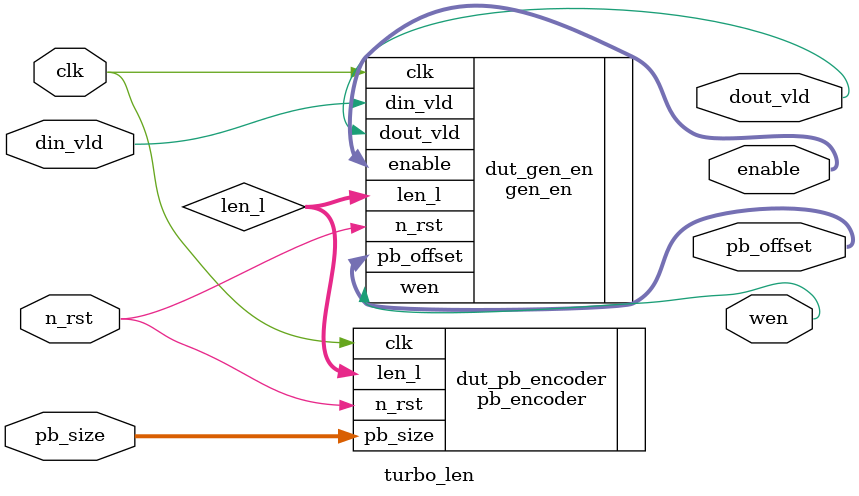
<source format=v>
`timescale 1ps/1ps

module turbo_len (
    input clk,
    input n_rst,
    input din_vld,
    input [1:0] pb_size,
    output [11:0] enable,
    output [11:0] pb_offset,
    output wen,
    output dout_vld
);
    wire [11:0] len_l;

    pb_encoder dut_pb_encoder(
        .clk(clk),
        .n_rst(n_rst),
        .pb_size(pb_size),
        .len_l(len_l)
    );

    gen_en dut_gen_en(
        .clk(clk),
        .n_rst(n_rst),
        .din_vld(din_vld),
        .len_l(len_l),
        .enable(enable),
        .wen(wen),
        .pb_offset(pb_offset),
        .dout_vld(dout_vld)
    );

endmodule
</source>
